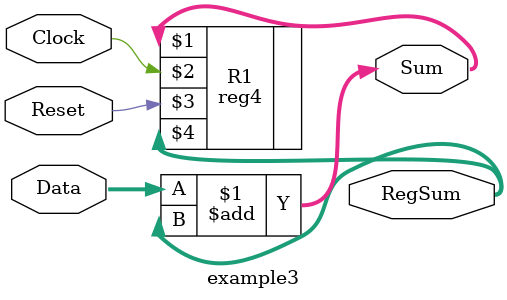
<source format=sv>
module example3(Data, Clock, Reset, RegSum, Sum);
input Clock, Reset;
input [3:0] Data;
output wire [3:0] Sum;
output [3:0] RegSum;
wire [3:0] Sum;
reg4 R1 (Sum, Clock, Reset, RegSum);
assign Sum = Data + RegSum;
endmodule
</source>
